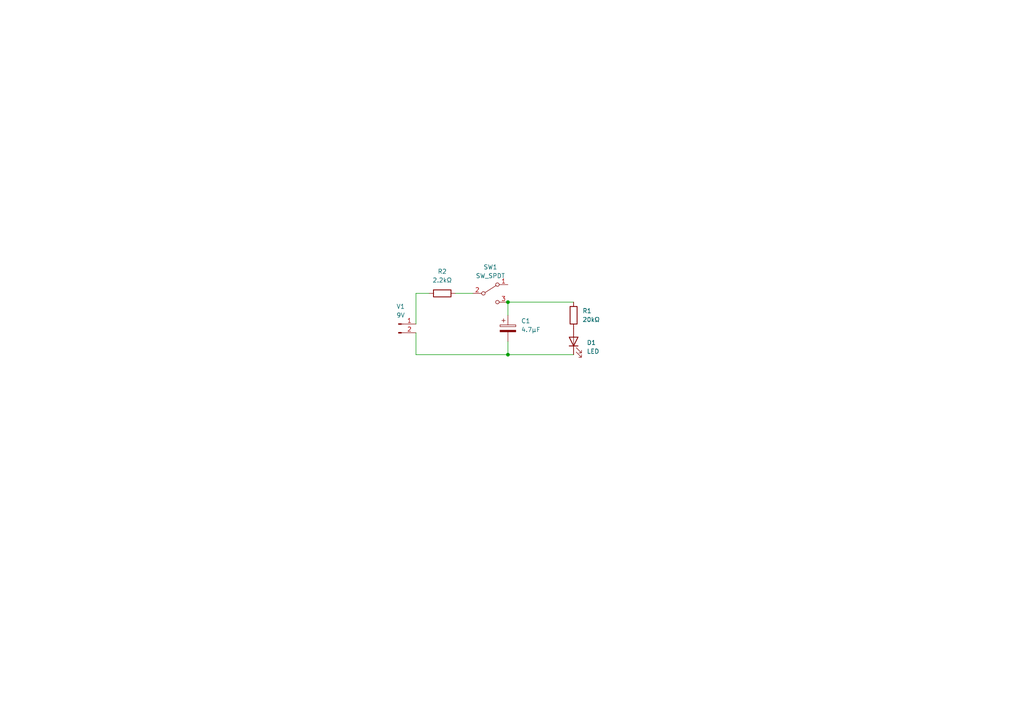
<source format=kicad_sch>
(kicad_sch (version 20211123) (generator eeschema)
  (paper "A4")
  (title_block (title "Lab 4 Exercise 1 - Sajid Khan") (date "2023-01-27") (rev "Ver. 1") (company "E E 201"))
  (lib_symbols
    (symbol "Connector:Conn_01x02_Male" (pin_names (offset 1.016) hide)
      (property "Reference" "J" (at 0 2.54 0))
      (property "Value" "Conn_01x02_Male" (at 0 -5.08 0))
      (symbol "Conn_01x02_Male_1_1"
        (polyline (pts (xy 1.27 -2.54) (xy 0.8636 -2.54)) (stroke (width 0.1524)))
        (polyline (pts (xy 1.27 0) (xy 0.8636 0)) (stroke (width 0.1524)))
        (rectangle (start 0.8636 -2.413) (end 0 -2.667) (stroke (width 0.1524)) (fill (type outline)))
        (rectangle (start 0.8636 0.127) (end 0 -0.127) (stroke (width 0.1524)) (fill (type outline)))
        (pin passive line (at 5.08 0 180) (length 3.81) (name "Pin_1") (number "1"))
        (pin passive line (at 5.08 -2.54 180) (length 3.81) (name "Pin_2") (number "2"))
      )
    )
    (symbol "Device:C_Polarized" (pin_numbers hide) (pin_names (offset 0.254))
      (property "Reference" "C" (at 0.635 2.54 0))
      (property "Value" "C_Polarized" (at 0.635 -2.54 0))
      (symbol "C_Polarized_0_1"
        (rectangle (start -2.286 0.508) (end 2.286 1.016))
        (polyline (pts (xy -1.778 2.286) (xy -0.762 2.286)))
        (polyline (pts (xy -1.27 2.794) (xy -1.27 1.778)))
        (rectangle (start 2.286 -0.508) (end -2.286 -1.016) (fill (type outline)))
      )
      (symbol "C_Polarized_1_1"
        (pin passive line (at 0 3.81 270) (length 2.794) (name "~") (number "1"))
        (pin passive line (at 0 -3.81 90) (length 2.794) (name "~") (number "2"))
      )
    )
    (symbol "Device:LED" (pin_numbers hide) (pin_names (offset 1.016) hide)
      (property "Reference" "D" (at 0 2.54 0))
      (property "Value" "LED" (at 0 -2.54 0))
      (symbol "LED_0_1"
        (polyline (pts (xy -1.27 -1.27) (xy -1.27 1.27)) (stroke (width 0.254)))
        (polyline (pts (xy -1.27 0) (xy 1.27 0)))
        (polyline (pts (xy 1.27 -1.27) (xy 1.27 1.27) (xy -1.27 0) (xy 1.27 -1.27)) (stroke (width 0.254)))
        (polyline (pts (xy -3.048 -0.762) (xy -4.572 -2.286) (xy -3.81 -2.286) (xy -4.572 -2.286) (xy -4.572 -1.524)))
        (polyline (pts (xy -1.778 -0.762) (xy -3.302 -2.286) (xy -2.54 -2.286) (xy -3.302 -2.286) (xy -3.302 -1.524)))
      )
      (symbol "LED_1_1"
        (pin passive line (at -3.81 0 0) (length 2.54) (name "K") (number "1"))
        (pin passive line (at 3.81 0 180) (length 2.54) (name "A") (number "2"))
      )
    )
    (symbol "Device:R" (pin_numbers hide) (pin_names (offset 0))
      (property "Reference" "R" (at 2.032 0 90))
      (property "Value" "R" (at 0 0 90))
      (symbol "R_0_1"
        (rectangle (start -1.016 -2.54) (end 1.016 2.54) (stroke (width 0.254)))
      )
      (symbol "R_1_1"
        (pin passive line (at 0 3.81 270) (length 1.27) (name "~") (number "1"))
        (pin passive line (at 0 -3.81 90) (length 1.27) (name "~") (number "2"))
      )
    )
    (symbol "Switch:SW_SPDT" (pin_names (offset 0) hide)
      (property "Reference" "SW" (at 0 4.318 0))
      (property "Value" "SW_SPDT" (at 0 -5.08 0))
      (symbol "SW_SPDT_0_0"
        (circle (center -2.032 0) (radius 0.508))
        (circle (center 2.032 -2.54) (radius 0.508))
      )
      (symbol "SW_SPDT_0_1"
        (polyline (pts (xy -1.524 0.254) (xy 1.651 2.286)))
        (circle (center 2.032 2.54) (radius 0.508))
      )
      (symbol "SW_SPDT_1_1"
        (pin passive line (at 5.08 2.54 180) (length 2.54) (name "A") (number "1"))
        (pin passive line (at -5.08 0 0) (length 2.54) (name "B") (number "2"))
        (pin passive line (at 5.08 -2.54 180) (length 2.54) (name "C") (number "3"))
      )
    )
  )
  (junction (at 147.32 102.87))
  (junction (at 147.32 87.63))
  (wire (pts (xy 166.37 102.87) (xy 147.32 102.87)))
  (wire (pts (xy 147.32 102.87) (xy 147.32 99.06)))
  (wire (pts (xy 147.32 91.44) (xy 147.32 87.63)))
  (wire (pts (xy 147.32 87.63) (xy 166.37 87.63)))
  (wire (pts (xy 124.46 85.09) (xy 120.65 85.09)))
  (wire (pts (xy 132.08 85.09) (xy 137.16 85.09)))
  (wire (pts (xy 120.65 96.52) (xy 120.65 102.87)))
  (wire (pts (xy 120.65 102.87) (xy 147.32 102.87)))
  (wire (pts (xy 120.65 85.09) (xy 120.65 93.98)))
  (symbol (lib_id "Connector:Conn_01x02_Male") (at 115.57 93.98 0) (unit 1)
    (property "Reference" "V1" (at 116.205 88.9 0))
    (property "Value" "9V" (at 116.205 91.44 0))
  )
  (symbol (lib_id "Device:LED") (at 166.37 99.06 90) (unit 1)
    (property "Reference" "D1" (at 170.18 99.3774 90) (effects (justify right)))
    (property "Value" "LED" (at 170.18 101.9174 90) (effects (justify right)))
  )
  (symbol (lib_id "Device:C_Polarized") (at 147.32 95.25 0) (unit 1)
    (property "Reference" "C1" (at 151.13 93.0909 0) (effects (justify left)))
    (property "Value" "4.7μF" (at 151.13 95.6309 0) (effects (justify left)))
  )
  (symbol (lib_id "Switch:SW_SPDT") (at 142.24 85.09 0) (unit 1)
    (property "Reference" "SW1" (at 142.24 77.47 0))
    (property "Value" "SW_SPDT" (at 142.24 80.01 0))
  )
  (symbol (lib_id "Device:R") (at 166.37 91.44 0) (unit 1)
    (property "Reference" "R1" (at 168.91 90.1699 0) (effects (justify left)))
    (property "Value" "20kΩ" (at 168.91 92.7099 0) (effects (justify left)))
  )
  (symbol (lib_id "Device:R") (at 128.27 85.09 270) (unit 1)
    (property "Reference" "R2" (at 128.27 78.74 90))
    (property "Value" "2.2kΩ" (at 128.27 81.28 90))
  )
)
</source>
